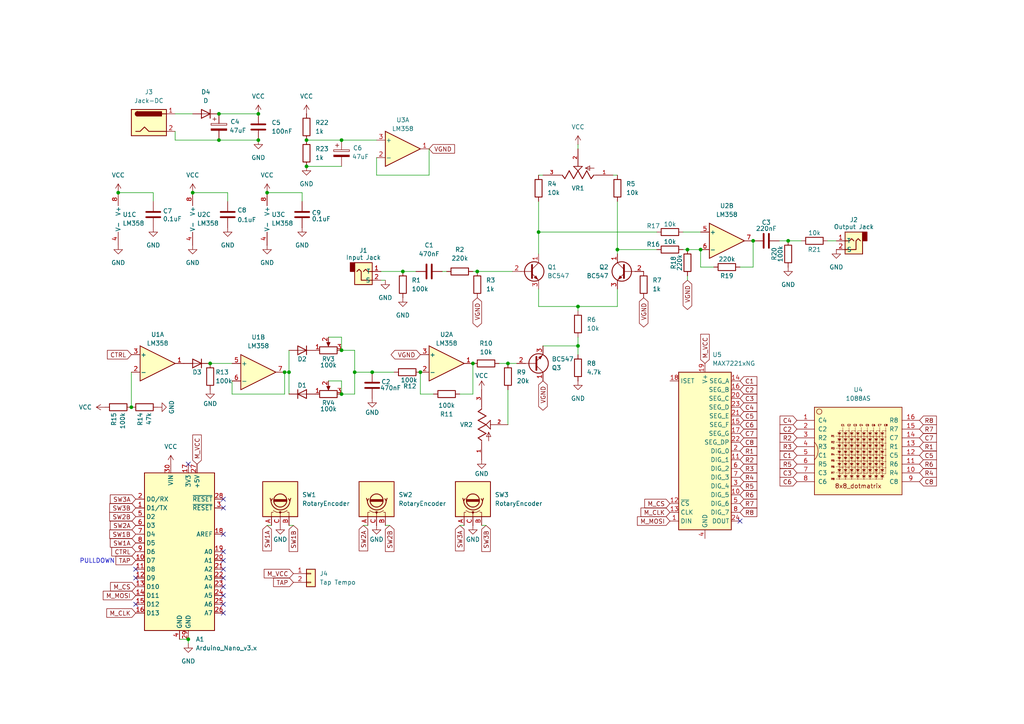
<source format=kicad_sch>
(kicad_sch (version 20250114) (generator "eeschema") (generator_version "9.0")
  (paper "A4")
  (lib_symbols
    (symbol "3362P-1-254LF:3362P-1-254LF" (pin_names (offset 1.016))
      (property "Reference" "VR" (at -10.1818 2.5465 0))
      (property "Value" "3362P-1-254LF" (at -10.1645 -7.6423 0))
      (symbol "3362P-1-254LF_0_0"
        (pin passive line (at -10.16 0 0) (length 5.08) (name "~") (number "1"))
        (pin passive line (at 0 -7.62 90) (length 5.08) (name "~") (number "2"))
        (pin passive line (at 10.16 0 180) (length 5.08) (name "~") (number "3"))
      )
    )
    (symbol "Amplifier_Operational:LM358" (pin_names (offset 0.127))
      (property "Reference" "U" (at 0 5.08 0))
      (property "Value" "LM358" (at 0 -5.08 0))
      (symbol "LM358_1_1"
        (pin input line (at -7.62 2.54 0) (length 2.54) (name "+") (number "3"))
        (pin input line (at -7.62 -2.54 0) (length 2.54) (name "-") (number "2"))
        (pin output line (at 7.62 0 180) (length 2.54) (name "~") (number "1"))
      )
      (symbol "LM358_2_1"
        (pin input line (at -7.62 2.54 0) (length 2.54) (name "+") (number "5"))
        (pin input line (at -7.62 -2.54 0) (length 2.54) (name "-") (number "6"))
        (pin output line (at 7.62 0 180) (length 2.54) (name "~") (number "7"))
      )
      (symbol "LM358_3_1"
        (pin power_in line (at -2.54 7.62 270) (length 3.81) (name "V+") (number "8"))
        (pin power_in line (at -2.54 -7.62 90) (length 3.81) (name "V-") (number "4"))
      )
    )
    (symbol "AudioJack2_1"
      (property "Reference" "J1" (at 0 -6.096 0))
      (property "Value" "Input Jack" (at 0 -4.064 0))
      (symbol "AudioJack2_1_1_1"
        (pin passive line (at 5.08 2.54 180) (length 2.54) (name "S") (number "2"))
        (pin passive line (at 5.08 0 180) (length 2.54) (name "T") (number "1"))
      )
    )
    (symbol "Connector:Jack-DC" (pin_names (offset 1.016))
      (property "Reference" "J" (at 0 5.334 0))
      (property "Value" "Jack-DC" (at 0 -5.08 0))
      (symbol "Jack-DC_1_1"
        (pin passive line (at 7.62 2.54 180) (length 2.54) (name "~") (number "1"))
        (pin passive line (at 7.62 -2.54 180) (length 2.54) (name "~") (number "2"))
      )
    )
    (symbol "Connector_Audio:AudioJack2"
      (property "Reference" "J2" (at 0 -6.096 0))
      (property "Value" "Output Jack" (at 0 -4.064 0))
      (symbol "AudioJack2_1_1"
        (pin passive line (at 5.08 2.54 180) (length 2.54) (name "S") (number "2"))
        (pin passive line (at 5.08 0 180) (length 2.54) (name "T") (number "1"))
      )
    )
    (symbol "Connector_Generic:Conn_01x02" (pin_names (offset 1.016) (hide yes))
      (property "Reference" "J" (at 0 2.54 0))
      (property "Value" "Conn_01x02" (at 0 -5.08 0))
      (symbol "Conn_01x02_1_1"
        (pin passive line (at -5.08 0 0) (length 3.81) (name "Pin_1") (number "1"))
        (pin passive line (at -5.08 -2.54 0) (length 3.81) (name "Pin_2") (number "2"))
      )
    )
    (symbol "Device:C" (pin_numbers (hide yes)) (pin_names (offset 0.254))
      (property "Reference" "C" (at 0.635 2.54 0))
      (property "Value" "C" (at 0.635 -2.54 0))
      (symbol "C_1_1"
        (pin passive line (at 0 3.81 270) (length 2.794) (name "~") (number "1"))
        (pin passive line (at 0 -3.81 90) (length 2.794) (name "~") (number "2"))
      )
    )
    (symbol "Device:C_Polarized" (pin_numbers (hide yes)) (pin_names (offset 0.254))
      (property "Reference" "C" (at 0.635 2.54 0))
      (property "Value" "C_Polarized" (at 0.635 -2.54 0))
      (symbol "C_Polarized_1_1"
        (pin passive line (at 0 3.81 270) (length 2.794) (name "~") (number "1"))
        (pin passive line (at 0 -3.81 90) (length 2.794) (name "~") (number "2"))
      )
    )
    (symbol "Device:D" (pin_numbers (hide yes)) (pin_names (offset 1.016) (hide yes))
      (property "Reference" "D" (at 0 2.54 0))
      (property "Value" "D" (at 0 -2.54 0))
      (symbol "D_1_1"
        (pin passive line (at -3.81 0 0) (length 2.54) (name "K") (number "1"))
        (pin passive line (at 3.81 0 180) (length 2.54) (name "A") (number "2"))
      )
    )
    (symbol "Device:R" (pin_numbers (hide yes)) (pin_names (offset 0))
      (property "Reference" "R" (at 2.032 0 90))
      (property "Value" "R" (at 0 0 90))
      (symbol "R_1_1"
        (pin passive line (at 0 3.81 270) (length 1.27) (name "~") (number "1"))
        (pin passive line (at 0 -3.81 90) (length 1.27) (name "~") (number "2"))
      )
    )
    (symbol "Device:R_Potentiometer" (pin_names (offset 1.016) (hide yes))
      (property "Reference" "RV" (at -4.445 0 90))
      (property "Value" "R_Potentiometer" (at -2.54 0 90))
      (symbol "R_Potentiometer_1_1"
        (pin passive line (at 0 3.81 270) (length 1.27) (name "1") (number "1"))
        (pin passive line (at 0 -3.81 90) (length 1.27) (name "3") (number "3"))
        (pin passive line (at 3.81 0 180) (length 1.27) (name "2") (number "2"))
      )
    )
    (symbol "Device:RotaryEncoder" (pin_names (offset 0.254) (hide yes))
      (property "Reference" "SW" (at 0 6.604 0))
      (property "Value" "RotaryEncoder" (at 0 -6.604 0))
      (symbol "RotaryEncoder_1_1"
        (pin passive line (at -7.62 2.54 0) (length 2.54) (name "A") (number "A"))
        (pin passive line (at -7.62 0 0) (length 2.54) (name "C") (number "C"))
        (pin passive line (at -7.62 -2.54 0) (length 2.54) (name "B") (number "B"))
      )
    )
    (symbol "Driver_LED:MAX7221xNG"
      (property "Reference" "U" (at -6.35 24.13 0))
      (property "Value" "MAX7221xNG" (at 1.27 25.4 0))
      (symbol "MAX7221xNG_1_1"
        (pin input line (at -10.16 20.32 0) (length 2.54) (name "ISET") (number "18"))
        (pin input line (at -10.16 -15.24 0) (length 2.54) (name "~{CS}") (number "12"))
        (pin input line (at -10.16 -17.78 0) (length 2.54) (name "CLK") (number "13"))
        (pin input line (at -10.16 -20.32 0) (length 2.54) (name "DIN") (number "1"))
        (pin power_in line (at 0 25.4 270) (length 2.54) (name "V+") (number "19"))
        (pin power_in line (at 0 -25.4 90) (length 2.54) (name "GND") (number "4"))
        (pin passive line (at 0 -25.4 90) (length 2.54) (hide yes) (name "GND") (number "9"))
        (pin open_emitter line (at 10.16 20.32 180) (length 2.54) (name "SEG_A") (number "14"))
        (pin open_emitter line (at 10.16 17.78 180) (length 2.54) (name "SEG_B") (number "16"))
        (pin open_emitter line (at 10.16 15.24 180) (length 2.54) (name "SEG_C") (number "20"))
        (pin open_emitter line (at 10.16 12.7 180) (length 2.54) (name "SEG_D") (number "23"))
        (pin open_emitter line (at 10.16 10.16 180) (length 2.54) (name "SEG_E") (number "21"))
        (pin open_emitter line (at 10.16 7.62 180) (length 2.54) (name "SEG_F") (number "15"))
        (pin open_emitter line (at 10.16 5.08 180) (length 2.54) (name "SEG_G") (number "17"))
        (pin open_emitter line (at 10.16 2.54 180) (length 2.54) (name "SEG_DP") (number "22"))
        (pin open_collector line (at 10.16 0 180) (length 2.54) (name "DIG_0") (number "2"))
        (pin open_collector line (at 10.16 -2.54 180) (length 2.54) (name "DIG_1") (number "11"))
        (pin open_collector line (at 10.16 -5.08 180) (length 2.54) (name "DIG_2") (number "6"))
        (pin open_collector line (at 10.16 -7.62 180) (length 2.54) (name "DIG_3") (number "7"))
        (pin open_collector line (at 10.16 -10.16 180) (length 2.54) (name "DIG_4") (number "3"))
        (pin open_collector line (at 10.16 -12.7 180) (length 2.54) (name "DIG_5") (number "10"))
        (pin open_collector line (at 10.16 -15.24 180) (length 2.54) (name "DIG_6") (number "5"))
        (pin open_collector line (at 10.16 -17.78 180) (length 2.54) (name "DIG_7") (number "8"))
        (pin output line (at 10.16 -20.32 180) (length 2.54) (name "DOUT") (number "24"))
      )
    )
    (symbol "LED_1088as:1088AS" (pin_names (offset 1.016))
      (property "Reference" "U" (at 7.62 11.43 0))
      (property "Value" "1088AS" (at 0 11.43 0))
      (symbol "1088AS_0_0"
        (text "8x8_dotmatrix" (at 0 -10.16 0) (effects (font (size 1.27 1.27))))
      )
      (symbol "1088AS_1_1"
        (text "R1" (at -7.366 4.318 0) (effects (font (size 0.508 0.508))))
        (text "R2" (at -7.366 2.54 0) (effects (font (size 0.508 0.508))))
        (text "R3" (at -7.366 0.762 0) (effects (font (size 0.508 0.508))))
        (text "R4" (at -7.366 -1.016 0) (effects (font (size 0.508 0.508))))
        (text "R5" (at -7.366 -2.794 0) (effects (font (size 0.508 0.508))))
        (text "R6" (at -7.366 -4.572 0) (effects (font (size 0.508 0.508))))
        (text "R7" (at -7.366 -6.35 0) (effects (font (size 0.508 0.508))))
        (text "R8" (at -7.366 -8.128 0) (effects (font (size 0.508 0.508))))
        (text "C1" (at -4.445 7.493 0) (effects (font (size 0.508 0.508))))
        (text "C2" (at -2.667 7.493 0) (effects (font (size 0.508 0.508))))
        (text "C3" (at -0.889 7.493 0) (effects (font (size 0.508 0.508))))
        (text "C4" (at 0.889 7.493 0) (effects (font (size 0.508 0.508))))
        (text "C5" (at 2.667 7.493 0) (effects (font (size 0.508 0.508))))
        (text "C6" (at 4.445 7.493 0) (effects (font (size 0.508 0.508))))
        (text "C7" (at 6.223 7.493 0) (effects (font (size 0.508 0.508))))
        (text "C8" (at 8.001 7.493 0) (effects (font (size 0.508 0.508))))
        (pin input line (at -17.78 8.89 0) (length 5.08) (name "C4") (number "1"))
        (pin input line (at -17.78 6.35 0) (length 5.08) (name "C2") (number "2"))
        (pin output line (at -17.78 3.81 0) (length 5.08) (name "R2") (number "3"))
        (pin output line (at -17.78 1.27 0) (length 5.08) (name "R3") (number "4"))
        (pin input line (at -17.78 -1.27 0) (length 5.08) (name "C1") (number "5"))
        (pin output line (at -17.78 -3.81 0) (length 5.08) (name "R5") (number "6"))
        (pin input line (at -17.78 -6.35 0) (length 5.08) (name "C3") (number "7"))
        (pin input line (at -17.78 -8.89 0) (length 5.08) (name "C6") (number "8"))
        (pin output line (at 17.78 8.89 180) (length 5.08) (name "R8") (number "16"))
        (pin output line (at 17.78 6.35 180) (length 5.08) (name "R7") (number "15"))
        (pin input line (at 17.78 3.81 180) (length 5.08) (name "C7") (number "14"))
        (pin output line (at 17.78 1.27 180) (length 5.08) (name "R1") (number "13"))
        (pin input line (at 17.78 -1.27 180) (length 5.08) (name "C5") (number "12"))
        (pin output line (at 17.78 -3.81 180) (length 5.08) (name "R6") (number "11"))
        (pin output line (at 17.78 -6.35 180) (length 5.08) (name "R4") (number "10"))
        (pin input line (at 17.78 -8.89 180) (length 5.08) (name "C8") (number "9"))
      )
    )
    (symbol "MCU_Module:Arduino_Nano_v3.x"
      (property "Reference" "A" (at -10.16 23.495 0))
      (property "Value" "Arduino_Nano_v3.x" (at 5.08 -24.13 0))
      (symbol "Arduino_Nano_v3.x_1_1"
        (pin bidirectional line (at -12.7 15.24 0) (length 2.54) (name "D0/RX") (number "2"))
        (pin bidirectional line (at -12.7 12.7 0) (length 2.54) (name "D1/TX") (number "1"))
        (pin bidirectional line (at -12.7 10.16 0) (length 2.54) (name "D2") (number "5"))
        (pin bidirectional line (at -12.7 7.62 0) (length 2.54) (name "D3") (number "6"))
        (pin bidirectional line (at -12.7 5.08 0) (length 2.54) (name "D4") (number "7"))
        (pin bidirectional line (at -12.7 2.54 0) (length 2.54) (name "D5") (number "8"))
        (pin bidirectional line (at -12.7 0 0) (length 2.54) (name "D6") (number "9"))
        (pin bidirectional line (at -12.7 -2.54 0) (length 2.54) (name "D7") (number "10"))
        (pin bidirectional line (at -12.7 -5.08 0) (length 2.54) (name "D8") (number "11"))
        (pin bidirectional line (at -12.7 -7.62 0) (length 2.54) (name "D9") (number "12"))
        (pin bidirectional line (at -12.7 -10.16 0) (length 2.54) (name "D10") (number "13"))
        (pin bidirectional line (at -12.7 -12.7 0) (length 2.54) (name "D11") (number "14"))
        (pin bidirectional line (at -12.7 -15.24 0) (length 2.54) (name "D12") (number "15"))
        (pin bidirectional line (at -12.7 -17.78 0) (length 2.54) (name "D13") (number "16"))
        (pin power_in line (at -2.54 25.4 270) (length 2.54) (name "VIN") (number "30"))
        (pin power_in line (at 0 -25.4 90) (length 2.54) (name "GND") (number "4"))
        (pin power_out line (at 2.54 25.4 270) (length 2.54) (name "3V3") (number "17"))
        (pin power_in line (at 2.54 -25.4 90) (length 2.54) (name "GND") (number "29"))
        (pin power_out line (at 5.08 25.4 270) (length 2.54) (name "+5V") (number "27"))
        (pin input line (at 12.7 15.24 180) (length 2.54) (name "~{RESET}") (number "28"))
        (pin input line (at 12.7 12.7 180) (length 2.54) (name "~{RESET}") (number "3"))
        (pin input line (at 12.7 5.08 180) (length 2.54) (name "AREF") (number "18"))
        (pin bidirectional line (at 12.7 0 180) (length 2.54) (name "A0") (number "19"))
        (pin bidirectional line (at 12.7 -2.54 180) (length 2.54) (name "A1") (number "20"))
        (pin bidirectional line (at 12.7 -5.08 180) (length 2.54) (name "A2") (number "21"))
        (pin bidirectional line (at 12.7 -7.62 180) (length 2.54) (name "A3") (number "22"))
        (pin bidirectional line (at 12.7 -10.16 180) (length 2.54) (name "A4") (number "23"))
        (pin bidirectional line (at 12.7 -12.7 180) (length 2.54) (name "A5") (number "24"))
        (pin bidirectional line (at 12.7 -15.24 180) (length 2.54) (name "A6") (number "25"))
        (pin bidirectional line (at 12.7 -17.78 180) (length 2.54) (name "A7") (number "26"))
      )
    )
    (symbol "Transistor_BJT:BC547" (pin_names (offset 0) (hide yes))
      (property "Reference" "Q" (at 5.08 1.905 0))
      (property "Value" "BC547" (at 5.08 0 0))
      (symbol "BC547_1_1"
        (pin input line (at -5.08 0 0) (length 2.54) (name "B") (number "2"))
        (pin passive line (at 2.54 5.08 270) (length 2.54) (name "C") (number "1"))
        (pin passive line (at 2.54 -5.08 90) (length 2.54) (name "E") (number "3"))
      )
    )
    (symbol "power:GND" (power) (pin_numbers (hide yes)) (pin_names (offset 0) (hide yes))
      (property "Value" "GND" (at 0 -3.81 0))
      (symbol "GND_1_1"
        (pin power_in line (at 0 0 270) (length 0) (name "~") (number "1"))
      )
    )
    (symbol "power:VCC" (power) (pin_numbers (hide yes)) (pin_names (offset 0) (hide yes))
      (property "Value" "VCC" (at 0 3.556 0))
      (symbol "VCC_1_1"
        (pin power_in line (at 0 0 90) (length 0) (name "~") (number "1"))
      )
    )
  )
  (text "PULLDOWN" (at 28.194 162.814 0) (effects (font (size 1.27 1.27))))
  (junction (at 88.9 48.26))
  (junction (at 121.92 107.95))
  (junction (at 55.88 55.88))
  (junction (at 137.16 105.41))
  (junction (at 83.82 107.95))
  (junction (at 167.64 100.33))
  (junction (at 147.32 105.41))
  (junction (at 179.07 72.39))
  (junction (at 138.43 78.74))
  (junction (at 74.93 33.02))
  (junction (at 82.55 107.95))
  (junction (at 38.1 118.11))
  (junction (at 218.44 69.85))
  (junction (at 60.96 105.41))
  (junction (at 228.6 69.85))
  (junction (at 203.2 72.39))
  (junction (at 107.95 107.95))
  (junction (at 99.06 114.3))
  (junction (at 102.87 107.95))
  (junction (at 116.84 78.74))
  (junction (at 74.93 40.64))
  (junction (at 54.61 185.42))
  (junction (at 63.5 40.64))
  (junction (at 99.06 101.6))
  (junction (at 99.06 40.64))
  (junction (at 34.29 55.88))
  (junction (at 156.21 67.31))
  (junction (at 63.5 33.02))
  (junction (at 88.9 40.64))
  (junction (at 167.64 88.9))
  (junction (at 199.39 72.39))
  (junction (at 77.47 55.88))
  (no_connect (at 64.77 165.1))
  (no_connect (at 64.77 170.18))
  (no_connect (at 39.37 165.1))
  (no_connect (at 64.77 160.02))
  (no_connect (at 64.77 144.78))
  (no_connect (at 64.77 177.8))
  (no_connect (at 64.77 147.32))
  (no_connect (at 54.61 134.62))
  (no_connect (at 39.37 175.26))
  (no_connect (at 214.63 151.13))
  (no_connect (at 64.77 162.56))
  (no_connect (at 64.77 172.72))
  (no_connect (at 64.77 175.26))
  (no_connect (at 64.77 154.94))
  (no_connect (at 39.37 167.64))
  (no_connect (at 64.77 167.64))
  (wire (pts (xy 203.2 77.47) (xy 207.01 77.47)))
  (wire (pts (xy 63.5 33.02) (xy 74.93 33.02)))
  (wire (pts (xy 34.29 55.88) (xy 44.45 55.88)))
  (wire (pts (xy 179.07 83.82) (xy 179.07 88.9)))
  (wire (pts (xy 102.87 101.6) (xy 102.87 107.95)))
  (wire (pts (xy 107.95 107.95) (xy 114.3 107.95)))
  (wire (pts (xy 144.78 105.41) (xy 147.32 105.41)))
  (wire (pts (xy 199.39 80.01) (xy 199.39 81.28)))
  (wire (pts (xy 99.06 110.49) (xy 99.06 114.3)))
  (wire (pts (xy 167.64 90.17) (xy 167.64 88.9)))
  (wire (pts (xy 50.8 40.64) (xy 50.8 38.1)))
  (wire (pts (xy 88.9 40.64) (xy 99.06 40.64)))
  (wire (pts (xy 55.88 55.88) (xy 66.04 55.88)))
  (wire (pts (xy 121.92 114.3) (xy 121.92 107.95)))
  (wire (pts (xy 177.8 50.8) (xy 179.07 50.8)))
  (wire (pts (xy 102.87 101.6) (xy 99.06 101.6)))
  (wire (pts (xy 147.32 113.03) (xy 147.32 123.19)))
  (wire (pts (xy 242.57 69.85) (xy 240.03 69.85)))
  (wire (pts (xy 50.8 33.02) (xy 55.88 33.02)))
  (wire (pts (xy 77.47 55.88) (xy 87.63 55.88)))
  (wire (pts (xy 199.39 72.39) (xy 203.2 72.39)))
  (wire (pts (xy 95.25 97.79) (xy 99.06 97.79)))
  (wire (pts (xy 102.87 107.95) (xy 102.87 114.3)))
  (wire (pts (xy 63.5 40.64) (xy 50.8 40.64)))
  (wire (pts (xy 133.35 152.4) (xy 134.62 152.4)))
  (wire (pts (xy 63.5 40.64) (xy 74.93 40.64)))
  (wire (pts (xy 83.82 107.95) (xy 83.82 114.3)))
  (wire (pts (xy 156.21 50.8) (xy 157.48 50.8)))
  (wire (pts (xy 82.55 107.95) (xy 83.82 107.95)))
  (wire (pts (xy 228.6 69.85) (xy 232.41 69.85)))
  (wire (pts (xy 54.61 186.69) (xy 54.61 185.42)))
  (wire (pts (xy 85.09 152.4) (xy 83.82 152.4)))
  (wire (pts (xy 179.07 72.39) (xy 190.5 72.39)))
  (wire (pts (xy 133.35 114.3) (xy 137.16 114.3)))
  (wire (pts (xy 156.21 67.31) (xy 190.5 67.31)))
  (wire (pts (xy 111.76 152.4) (xy 113.03 152.4)))
  (wire (pts (xy 38.1 107.95) (xy 38.1 118.11)))
  (wire (pts (xy 156.21 88.9) (xy 167.64 88.9)))
  (wire (pts (xy 167.64 88.9) (xy 179.07 88.9)))
  (wire (pts (xy 83.82 101.6) (xy 83.82 107.95)))
  (wire (pts (xy 66.04 55.88) (xy 66.04 58.42)))
  (wire (pts (xy 110.49 78.74) (xy 116.84 78.74)))
  (wire (pts (xy 218.44 69.85) (xy 218.44 77.47)))
  (wire (pts (xy 102.87 114.3) (xy 99.06 114.3)))
  (wire (pts (xy 226.06 69.85) (xy 228.6 69.85)))
  (wire (pts (xy 138.43 78.74) (xy 148.59 78.74)))
  (wire (pts (xy 95.25 110.49) (xy 99.06 110.49)))
  (wire (pts (xy 157.48 100.33) (xy 167.64 100.33)))
  (wire (pts (xy 137.16 105.41) (xy 137.16 114.3)))
  (wire (pts (xy 77.47 152.4) (xy 78.74 152.4)))
  (wire (pts (xy 198.12 67.31) (xy 203.2 67.31)))
  (wire (pts (xy 105.41 152.4) (xy 106.68 152.4)))
  (wire (pts (xy 60.96 105.41) (xy 67.31 105.41)))
  (wire (pts (xy 44.45 55.88) (xy 44.45 58.42)))
  (wire (pts (xy 203.2 72.39) (xy 203.2 77.47)))
  (wire (pts (xy 107.95 107.95) (xy 102.87 107.95)))
  (wire (pts (xy 156.21 83.82) (xy 156.21 88.9)))
  (wire (pts (xy 179.07 58.42) (xy 179.07 72.39)))
  (wire (pts (xy 82.55 114.3) (xy 67.31 114.3)))
  (wire (pts (xy 99.06 40.64) (xy 109.22 40.64)))
  (wire (pts (xy 87.63 55.88) (xy 87.63 58.42)))
  (wire (pts (xy 109.22 45.72) (xy 109.22 50.8)))
  (wire (pts (xy 147.32 105.41) (xy 149.86 105.41)))
  (wire (pts (xy 139.7 152.4) (xy 140.97 152.4)))
  (wire (pts (xy 111.76 81.28) (xy 110.49 81.28)))
  (wire (pts (xy 138.43 78.74) (xy 137.16 78.74)))
  (wire (pts (xy 82.55 107.95) (xy 82.55 114.3)))
  (wire (pts (xy 88.9 48.26) (xy 99.06 48.26)))
  (wire (pts (xy 124.46 50.8) (xy 124.46 43.18)))
  (wire (pts (xy 199.39 72.39) (xy 198.12 72.39)))
  (wire (pts (xy 156.21 58.42) (xy 156.21 67.31)))
  (wire (pts (xy 167.64 97.79) (xy 167.64 100.33)))
  (wire (pts (xy 116.84 78.74) (xy 120.65 78.74)))
  (wire (pts (xy 125.73 114.3) (xy 121.92 114.3)))
  (wire (pts (xy 214.63 77.47) (xy 218.44 77.47)))
  (wire (pts (xy 109.22 50.8) (xy 124.46 50.8)))
  (wire (pts (xy 167.64 41.91) (xy 167.64 43.18)))
  (wire (pts (xy 156.21 67.31) (xy 156.21 73.66)))
  (wire (pts (xy 129.54 78.74) (xy 128.27 78.74)))
  (wire (pts (xy 67.31 110.49) (xy 67.31 114.3)))
  (wire (pts (xy 99.06 97.79) (xy 99.06 101.6)))
  (wire (pts (xy 179.07 72.39) (xy 179.07 73.66)))
  (wire (pts (xy 167.64 100.33) (xy 167.64 102.87)))
  (wire (pts (xy 52.07 185.42) (xy 54.61 185.42)))
  (global_label "SW2A" (shape input) (at 39.37 152.4 180) (property "Intersheetrefs" "${INTERSHEET_REFS}" (effects (hide yes))))
  (global_label "SW3B" (shape input) (at 140.97 152.4 270) (property "Intersheetrefs" "${INTERSHEET_REFS}" (effects (hide yes))))
  (global_label "C3" (shape input) (at 214.63 115.57 0) (property "Intersheetrefs" "${INTERSHEET_REFS}" (effects (hide yes))))
  (global_label "VGND" (shape bidirectional) (at 138.43 86.36 270) (property "Intersheetrefs" "${INTERSHEET_REFS}" (effects (hide yes))))
  (global_label "SW2A" (shape input) (at 105.41 152.4 270) (property "Intersheetrefs" "${INTERSHEET_REFS}" (effects (hide yes))))
  (global_label "SW1A" (shape input) (at 77.47 152.4 270) (property "Intersheetrefs" "${INTERSHEET_REFS}" (effects (hide yes))))
  (global_label "R2" (shape input) (at 231.14 127 180) (property "Intersheetrefs" "${INTERSHEET_REFS}" (effects (hide yes))))
  (global_label "C8" (shape input) (at 266.7 139.7 0) (property "Intersheetrefs" "${INTERSHEET_REFS}" (effects (hide yes))))
  (global_label "C6" (shape input) (at 214.63 123.19 0) (property "Intersheetrefs" "${INTERSHEET_REFS}" (effects (hide yes))))
  (global_label "SW3A" (shape input) (at 133.35 152.4 270) (property "Intersheetrefs" "${INTERSHEET_REFS}" (effects (hide yes))))
  (global_label "C5" (shape input) (at 214.63 120.65 0) (property "Intersheetrefs" "${INTERSHEET_REFS}" (effects (hide yes))))
  (global_label "R8" (shape input) (at 214.63 148.59 0) (property "Intersheetrefs" "${INTERSHEET_REFS}" (effects (hide yes))))
  (global_label "C2" (shape input) (at 214.63 113.03 0) (property "Intersheetrefs" "${INTERSHEET_REFS}" (effects (hide yes))))
  (global_label "M_CLK" (shape input) (at 39.37 177.8 180) (property "Intersheetrefs" "${INTERSHEET_REFS}" (effects (hide yes))))
  (global_label "M_MOSI" (shape input) (at 194.31 151.13 180) (property "Intersheetrefs" "${INTERSHEET_REFS}" (effects (hide yes))))
  (global_label "M_CS" (shape input) (at 39.37 170.18 180) (property "Intersheetrefs" "${INTERSHEET_REFS}" (effects (hide yes))))
  (global_label "C4" (shape input) (at 231.14 121.92 180) (property "Intersheetrefs" "${INTERSHEET_REFS}" (effects (hide yes))))
  (global_label "SW2B" (shape input) (at 39.37 149.86 180) (property "Intersheetrefs" "${INTERSHEET_REFS}" (effects (hide yes))))
  (global_label "SW2B" (shape input) (at 113.03 152.4 270) (property "Intersheetrefs" "${INTERSHEET_REFS}" (effects (hide yes))))
  (global_label "M_CLK" (shape input) (at 194.31 148.59 180) (property "Intersheetrefs" "${INTERSHEET_REFS}" (effects (hide yes))))
  (global_label "TAP" (shape input) (at 85.09 168.91 180) (property "Intersheetrefs" "${INTERSHEET_REFS}" (effects (hide yes))))
  (global_label "R3" (shape input) (at 214.63 135.89 0) (property "Intersheetrefs" "${INTERSHEET_REFS}" (effects (hide yes))))
  (global_label "C4" (shape input) (at 214.63 118.11 0) (property "Intersheetrefs" "${INTERSHEET_REFS}" (effects (hide yes))))
  (global_label "SW1B" (shape input) (at 85.09 152.4 270) (property "Intersheetrefs" "${INTERSHEET_REFS}" (effects (hide yes))))
  (global_label "R3" (shape input) (at 231.14 129.54 180) (property "Intersheetrefs" "${INTERSHEET_REFS}" (effects (hide yes))))
  (global_label "C1" (shape input) (at 214.63 110.49 0) (property "Intersheetrefs" "${INTERSHEET_REFS}" (effects (hide yes))))
  (global_label "M_VCC" (shape input) (at 204.47 105.41 90) (property "Intersheetrefs" "${INTERSHEET_REFS}" (effects (hide yes))))
  (global_label "R5" (shape input) (at 231.14 134.62 180) (property "Intersheetrefs" "${INTERSHEET_REFS}" (effects (hide yes))))
  (global_label "SW1A" (shape input) (at 39.37 157.48 180) (property "Intersheetrefs" "${INTERSHEET_REFS}" (effects (hide yes))))
  (global_label "C3" (shape input) (at 231.14 137.16 180) (property "Intersheetrefs" "${INTERSHEET_REFS}" (effects (hide yes))))
  (global_label "C8" (shape input) (at 214.63 128.27 0) (property "Intersheetrefs" "${INTERSHEET_REFS}" (effects (hide yes))))
  (global_label "R4" (shape input) (at 214.63 138.43 0) (property "Intersheetrefs" "${INTERSHEET_REFS}" (effects (hide yes))))
  (global_label "R7" (shape input) (at 266.7 124.46 0) (property "Intersheetrefs" "${INTERSHEET_REFS}" (effects (hide yes))))
  (global_label "C1" (shape input) (at 231.14 132.08 180) (property "Intersheetrefs" "${INTERSHEET_REFS}" (effects (hide yes))))
  (global_label "R8" (shape input) (at 266.7 121.92 0) (property "Intersheetrefs" "${INTERSHEET_REFS}" (effects (hide yes))))
  (global_label "R4" (shape input) (at 266.7 137.16 0) (property "Intersheetrefs" "${INTERSHEET_REFS}" (effects (hide yes))))
  (global_label "M_CS" (shape input) (at 194.31 146.05 180) (property "Intersheetrefs" "${INTERSHEET_REFS}" (effects (hide yes))))
  (global_label "R6" (shape input) (at 214.63 143.51 0) (property "Intersheetrefs" "${INTERSHEET_REFS}" (effects (hide yes))))
  (global_label "VGND" (shape input) (at 124.46 43.18 0) (property "Intersheetrefs" "${INTERSHEET_REFS}" (effects (hide yes))))
  (global_label "M_VCC" (shape input) (at 57.15 134.62 90) (property "Intersheetrefs" "${INTERSHEET_REFS}" (effects (hide yes))))
  (global_label "CTRL" (shape input) (at 38.1 102.87 180) (property "Intersheetrefs" "${INTERSHEET_REFS}" (effects (hide yes))))
  (global_label "R7" (shape input) (at 214.63 146.05 0) (property "Intersheetrefs" "${INTERSHEET_REFS}" (effects (hide yes))))
  (global_label "SW3B" (shape input) (at 39.37 147.32 180) (property "Intersheetrefs" "${INTERSHEET_REFS}" (effects (hide yes))))
  (global_label "C7" (shape input) (at 266.7 127 0) (property "Intersheetrefs" "${INTERSHEET_REFS}" (effects (hide yes))))
  (global_label "C5" (shape input) (at 266.7 132.08 0) (property "Intersheetrefs" "${INTERSHEET_REFS}" (effects (hide yes))))
  (global_label "M_VCC" (shape input) (at 85.09 166.37 180) (property "Intersheetrefs" "${INTERSHEET_REFS}" (effects (hide yes))))
  (global_label "VGND" (shape bidirectional) (at 157.48 110.49 270) (property "Intersheetrefs" "${INTERSHEET_REFS}" (effects (hide yes))))
  (global_label "VGND" (shape bidirectional) (at 199.39 81.28 270) (property "Intersheetrefs" "${INTERSHEET_REFS}" (effects (hide yes))))
  (global_label "C7" (shape input) (at 214.63 125.73 0) (property "Intersheetrefs" "${INTERSHEET_REFS}" (effects (hide yes))))
  (global_label "TAP" (shape input) (at 39.37 162.56 180) (property "Intersheetrefs" "${INTERSHEET_REFS}" (effects (hide yes))))
  (global_label "C2" (shape input) (at 231.14 124.46 180) (property "Intersheetrefs" "${INTERSHEET_REFS}" (effects (hide yes))))
  (global_label "CTRL" (shape input) (at 39.37 160.02 180) (property "Intersheetrefs" "${INTERSHEET_REFS}" (effects (hide yes))))
  (global_label "C6" (shape input) (at 231.14 139.7 180) (property "Intersheetrefs" "${INTERSHEET_REFS}" (effects (hide yes))))
  (global_label "R6" (shape input) (at 266.7 134.62 0) (property "Intersheetrefs" "${INTERSHEET_REFS}" (effects (hide yes))))
  (global_label "R1" (shape input) (at 266.7 129.54 0) (property "Intersheetrefs" "${INTERSHEET_REFS}" (effects (hide yes))))
  (global_label "SW3A" (shape input) (at 39.37 144.78 180) (property "Intersheetrefs" "${INTERSHEET_REFS}" (effects (hide yes))))
  (global_label "VGND" (shape bidirectional) (at 186.69 86.36 270) (property "Intersheetrefs" "${INTERSHEET_REFS}" (effects (hide yes))))
  (global_label "R5" (shape input) (at 214.63 140.97 0) (property "Intersheetrefs" "${INTERSHEET_REFS}" (effects (hide yes))))
  (global_label "M_MOSI" (shape input) (at 39.37 172.72 180) (property "Intersheetrefs" "${INTERSHEET_REFS}" (effects (hide yes))))
  (global_label "VGND" (shape bidirectional) (at 121.92 102.87 180) (property "Intersheetrefs" "${INTERSHEET_REFS}" (effects (hide yes))))
  (global_label "SW1B" (shape input) (at 39.37 154.94 180) (property "Intersheetrefs" "${INTERSHEET_REFS}" (effects (hide yes))))
  (global_label "R1" (shape input) (at 214.63 130.81 0) (property "Intersheetrefs" "${INTERSHEET_REFS}" (effects (hide yes))))
  (global_label "R2" (shape input) (at 214.63 133.35 0) (property "Intersheetrefs" "${INTERSHEET_REFS}" (effects (hide yes))))
  (symbol (lib_id "Device:R") (at 140.97 105.41 90) (unit 1)
    (property "Reference" "R10" (at 140.97 99.5793 90))
    (property "Value" "10k" (at 140.97 102.1193 90))
    (property "Footprint" "Resistor_SMD:R_0402_1005Metric_Pad0.72x0.64mm_HandSolder" (effects (hide yes)))
    (property "Description" "Resistor" (effects (hide yes)))
  )
  (symbol (lib_id "Device:R") (at 228.6 73.66 180) (unit 1)
    (property "Reference" "R20" (at 224.536 73.66 90))
    (property "Value" "100k" (at 226.314 73.66 90))
    (property "Footprint" "Resistor_SMD:R_0402_1005Metric_Pad0.72x0.64mm_HandSolder" (effects (hide yes)))
    (property "Description" "Resistor" (effects (hide yes)))
  )
  (symbol (lib_id "Transistor_BJT:BC547") (at 153.67 78.74 0) (unit 1)
    (property "Reference" "Q1" (at 158.75 77.4699 0) (effects (justify left)))
    (property "Value" "BC547" (at 158.75 80.0099 0) (effects (justify left)))
    (property "Footprint" "Package_TO_SOT_THT:TO-92_Inline" (effects (hide yes)))
    (property "Datasheet" "https://www.onsemi.com/pub/Collateral/BC550-D.pdf" (effects (hide yes)))
    (property "Description" "0.1A Ic, 45V Vce, Small Signal NPN Transistor, TO-92" (effects (hide yes)))
  )
  (symbol (lib_id "Device:R") (at 116.84 82.55 0) (unit 1)
    (property "Reference" "R1" (at 119.38 81.2799 0) (effects (justify left)))
    (property "Value" "100k" (at 119.38 83.8199 0) (effects (justify left)))
    (property "Footprint" "Resistor_SMD:R_0402_1005Metric_Pad0.72x0.64mm_HandSolder" (effects (hide yes)))
    (property "Description" "Resistor" (effects (hide yes)))
  )
  (symbol (lib_id "3362P-1-254LF:3362P-1-254LF") (at 167.64 50.8 180) (unit 1)
    (property "Reference" "VR1" (at 167.64 54.61 0))
    (property "Value" "3362P-1-254LF" (effects (hide yes)))
    (property "Footprint" "3362P-1-254LF:TRIM_3362P-1-254LF" (effects (hide yes)))
    (property "MF" "Bourns" (effects (hide yes)))
    (property "Description_1" "1/4 Sq, Thru-Hole, TRIMMER, 250 Kilohms, Cermet, Single Turn | Bourns 3362P-1-254LF" (effects (hide yes)))
    (property "Package" "3362P-1 Bourns Inc." (effects (hide yes)))
    (property "Price" "None" (effects (hide yes)))
    (property "STANDARD" "Manufacturer Recommendation" (effects (hide yes)))
    (property "PARTREV" "08/26/10" (effects (hide yes)))
    (property "SnapEDA_Link" "https://www.snapeda.com/parts/3362P-1-254LF/Bourns/view-part/?ref=snap" (effects (hide yes)))
    (property "MP" "3362P-1-254LF" (effects (hide yes)))
    (property "Availability" "In Stock" (effects (hide yes)))
    (property "Check_prices" "https://www.snapeda.com/parts/3362P-1-254LF/Bourns/view-part/?ref=eda" (effects (hide yes)))
  )
  (symbol (lib_id "Device:RotaryEncoder") (at 137.16 144.78 90) (unit 1)
    (property "Reference" "SW3" (at 143.51 143.5099 90) (effects (justify right)))
    (property "Value" "RotaryEncoder" (at 143.51 146.0499 90) (effects (justify right)))
    (property "Footprint" "Rotary_Encoder:RotaryEncoder_Alps_EC11E-Switch_Vertical_H20mm" (effects (hide yes)))
    (property "Description" "Rotary encoder, dual channel, incremental quadrate outputs" (effects (hide yes)))
  )
  (symbol (lib_id "Device:R") (at 147.32 109.22 0) (unit 1)
    (property "Reference" "R9" (at 149.86 107.9499 0) (effects (justify left)))
    (property "Value" "20k" (at 149.86 110.4899 0) (effects (justify left)))
    (property "Footprint" "Resistor_SMD:R_0402_1005Metric_Pad0.72x0.64mm_HandSolder" (effects (hide yes)))
    (property "Description" "Resistor" (effects (hide yes)))
  )
  (symbol (lib_id "power:GND") (at 66.04 66.04 0) (unit 1)
    (property "Reference" "#PWR025" (effects (hide yes)))
    (property "Value" "GND" (at 66.04 71.12 0))
    (property "Description" "Power symbol creates a global label with name \"GND\" , ground" (effects (hide yes)))
  )
  (symbol (lib_id "Connector:Jack-DC") (at 43.18 35.56 0) (unit 1)
    (property "Reference" "J3" (at 43.18 26.67 0))
    (property "Value" "Jack-DC" (at 43.18 29.21 0))
    (property "Footprint" "Connector_PinSocket_2.54mm:PinSocket_1x02_P2.54mm_Vertical" (effects (hide yes)))
    (property "Description" "DC Barrel Jack" (effects (hide yes)))
  )
  (symbol (lib_id "Amplifier_Operational:LM358") (at 80.01 63.5 0) (unit 3)
    (property "Reference" "U3" (at 78.74 62.2299 0) (effects (justify left)))
    (property "Value" "LM358" (at 78.74 64.7699 0) (effects (justify left)))
    (property "Footprint" "LM358DR2G:SOIC127P600X175-8N" (effects (hide yes)))
    (property "Datasheet" "http://www.ti.com/lit/ds/symlink/lm2904-n.pdf" (effects (hide yes)))
    (property "Description" "Low-Power, Dual Operational Amplifiers, DIP-8/SOIC-8/TO-99-8" (effects (hide yes)))
  )
  (symbol (lib_id "Device:R") (at 194.31 72.39 90) (unit 1)
    (property "Reference" "R16" (at 189.484 70.866 90))
    (property "Value" "10k" (at 194.31 70.104 90))
    (property "Footprint" "Resistor_SMD:R_0402_1005Metric_Pad0.72x0.64mm_HandSolder" (effects (hide yes)))
    (property "Description" "Resistor" (effects (hide yes)))
  )
  (symbol (lib_id "Amplifier_Operational:LM358") (at 74.93 107.95 0) (unit 2)
    (property "Reference" "U1" (at 74.93 97.79 0))
    (property "Value" "LM358" (at 74.93 100.33 0))
    (property "Footprint" "LM358DR2G:SOIC127P600X175-8N" (effects (hide yes)))
    (property "Datasheet" "http://www.ti.com/lit/ds/symlink/lm2904-n.pdf" (effects (hide yes)))
    (property "Description" "Low-Power, Dual Operational Amplifiers, DIP-8/SOIC-8/TO-99-8" (effects (hide yes)))
  )
  (symbol (lib_id "Device:C") (at 66.04 62.23 0) (unit 1)
    (property "Reference" "C8" (at 68.834 60.96 0) (effects (justify left)))
    (property "Value" "0.1uF" (at 68.834 63.754 0) (effects (justify left)))
    (property "Footprint" "Capacitor_SMD:C_0603_1608Metric_Pad1.08x0.95mm_HandSolder" (effects (hide yes)))
    (property "Description" "Unpolarized capacitor" (effects (hide yes)))
  )
  (symbol (lib_id "Device:R") (at 167.64 106.68 0) (unit 1)
    (property "Reference" "R8" (at 170.18 105.4099 0) (effects (justify left)))
    (property "Value" "4.7k" (at 170.18 107.9499 0) (effects (justify left)))
    (property "Footprint" "Resistor_SMD:R_0402_1005Metric_Pad0.72x0.64mm_HandSolder" (effects (hide yes)))
    (property "Description" "Resistor" (effects (hide yes)))
  )
  (symbol (lib_id "Device:C") (at 87.63 62.23 0) (unit 1)
    (property "Reference" "C9" (at 90.424 61.722 0) (effects (justify left)))
    (property "Value" "0.1uF" (at 90.424 63.5 0) (effects (justify left)))
    (property "Footprint" "Capacitor_SMD:C_0603_1608Metric_Pad1.08x0.95mm_HandSolder" (effects (hide yes)))
    (property "Description" "Unpolarized capacitor" (effects (hide yes)))
  )
  (symbol (lib_id "power:VCC") (at 30.48 118.11 90) (unit 1)
    (property "Reference" "#PWR010" (effects (hide yes)))
    (property "Value" "VCC" (at 26.67 118.1099 90) (effects (justify left)))
    (property "Description" "Power symbol creates a global label with name \"VCC\"" (effects (hide yes)))
  )
  (symbol (lib_id "power:GND") (at 228.6 77.47 0) (unit 1)
    (property "Reference" "#PWR011" (effects (hide yes)))
    (property "Value" "GND" (at 228.6 82.55 0))
    (property "Description" "Power symbol creates a global label with name \"GND\" , ground" (effects (hide yes)))
  )
  (symbol (lib_id "power:GND") (at 167.64 110.49 0) (unit 1)
    (property "Reference" "#PWR04" (effects (hide yes)))
    (property "Value" "GND" (at 167.64 115.57 0))
    (property "Description" "Power symbol creates a global label with name \"GND\" , ground" (effects (hide yes)))
  )
  (symbol (lib_id "power:VCC") (at 74.93 33.02 0) (unit 1)
    (property "Reference" "#PWR014" (effects (hide yes)))
    (property "Value" "VCC" (at 74.93 27.94 0))
    (property "Description" "Power symbol creates a global label with name \"VCC\"" (effects (hide yes)))
  )
  (symbol (lib_id "Connector_Generic:Conn_01x02") (at 90.17 166.37 0) (unit 1)
    (property "Reference" "J4" (at 92.71 166.3699 0) (effects (justify left)))
    (property "Value" "Tap Tempo" (at 92.71 168.9099 0) (effects (justify left)))
    (property "Footprint" "Connector_PinSocket_2.54mm:PinSocket_1x02_P2.54mm_Vertical" (effects (hide yes)))
    (property "Description" "Generic connector, single row, 01x02, script generated (kicad-library-utils/schlib/autogen/connector/)" (effects (hide yes)))
  )
  (symbol (lib_id "Driver_LED:MAX7221xNG") (at 204.47 130.81 0) (unit 1)
    (property "Reference" "U5" (at 206.6133 102.87 0) (effects (justify left)))
    (property "Value" "MAX7221xNG" (at 206.6133 105.41 0) (effects (justify left)))
    (property "Footprint" "Package_DIP:DIP-24_W7.62mm" (effects (hide yes)))
    (property "Datasheet" "https://datasheets.maximintegrated.com/en/ds/MAX7219-MAX7221.pdf" (effects (hide yes)))
    (property "Description" "Serially Interfaced, 8-Digit LED Display Driver, PDIP-24" (effects (hide yes)))
  )
  (symbol (lib_id "Device:R") (at 41.91 118.11 90) (mirror x) (unit 1)
    (property "Reference" "R14" (at 40.64 119.634 0) (effects (justify left)))
    (property "Value" "47k" (at 43.18 119.634 0) (effects (justify left)))
    (property "Footprint" "Resistor_SMD:R_0402_1005Metric_Pad0.72x0.64mm_HandSolder" (effects (hide yes)))
    (property "Description" "Resistor" (effects (hide yes)))
  )
  (symbol (lib_id "Device:R") (at 179.07 54.61 0) (unit 1)
    (property "Reference" "R5" (at 181.61 53.3399 0) (effects (justify left)))
    (property "Value" "10k" (at 181.61 55.8799 0) (effects (justify left)))
    (property "Footprint" "Resistor_SMD:R_0402_1005Metric_Pad0.72x0.64mm_HandSolder" (effects (hide yes)))
    (property "Description" "Resistor" (effects (hide yes)))
  )
  (symbol (lib_id "Device:D") (at 87.63 114.3 0) (unit 1)
    (property "Reference" "D1" (at 87.63 111.76 0))
    (property "Value" "D" (effects (hide yes)))
    (property "Footprint" "Diode_SMD:D_SOD-123F" (effects (hide yes)))
    (property "Description" "Diode" (effects (hide yes)))
    (property "Sim.Device" "D" (effects (hide yes)))
    (property "Sim.Pins" "1=K 2=A" (effects (hide yes)))
  )
  (symbol (lib_id "power:GND") (at 88.9 48.26 0) (unit 1)
    (property "Reference" "#PWR016" (effects (hide yes)))
    (property "Value" "GND" (at 88.9 53.34 0))
    (property "Description" "Power symbol creates a global label with name \"GND\" , ground" (effects (hide yes)))
  )
  (symbol (lib_id "Device:R") (at 167.64 93.98 0) (unit 1)
    (property "Reference" "R6" (at 170.18 92.7099 0) (effects (justify left)))
    (property "Value" "10k" (at 170.18 95.2499 0) (effects (justify left)))
    (property "Footprint" "Resistor_SMD:R_0402_1005Metric_Pad0.72x0.64mm_HandSolder" (effects (hide yes)))
    (property "Description" "Resistor" (effects (hide yes)))
  )
  (symbol (lib_id "Amplifier_Operational:LM358") (at 129.54 105.41 0) (unit 1)
    (property "Reference" "U2" (at 129.54 97.028 0))
    (property "Value" "LM358" (at 129.54 99.568 0))
    (property "Footprint" "LM358DR2G:SOIC127P600X175-8N" (effects (hide yes)))
    (property "Datasheet" "http://www.ti.com/lit/ds/symlink/lm2904-n.pdf" (effects (hide yes)))
    (property "Description" "Low-Power, Dual Operational Amplifiers, DIP-8/SOIC-8/TO-99-8" (effects (hide yes)))
  )
  (symbol (lib_id "power:GND") (at 87.63 66.04 0) (unit 1)
    (property "Reference" "#PWR027" (effects (hide yes)))
    (property "Value" "GND" (at 87.63 71.12 0))
    (property "Description" "Power symbol creates a global label with name \"GND\" , ground" (effects (hide yes)))
  )
  (symbol (lib_id "Device:R") (at 88.9 44.45 0) (unit 1)
    (property "Reference" "R23" (at 91.44 43.1799 0) (effects (justify left)))
    (property "Value" "1k" (at 91.44 45.7199 0) (effects (justify left)))
    (property "Footprint" "Resistor_SMD:R_0402_1005Metric_Pad0.72x0.64mm_HandSolder" (effects (hide yes)))
    (property "Description" "Resistor" (effects (hide yes)))
  )
  (symbol (lib_id "Transistor_BJT:BC547") (at 181.61 78.74 0) (mirror y) (unit 1)
    (property "Reference" "Q2" (at 176.53 77.4699 0) (effects (justify left)))
    (property "Value" "BC547" (at 176.53 80.0099 0) (effects (justify left)))
    (property "Footprint" "Package_TO_SOT_THT:TO-92_Inline" (effects (hide yes)))
    (property "Datasheet" "https://www.onsemi.com/pub/Collateral/BC550-D.pdf" (effects (hide yes)))
    (property "Description" "0.1A Ic, 45V Vce, Small Signal NPN Transistor, TO-92" (effects (hide yes)))
  )
  (symbol (lib_id "power:VCC") (at 167.64 41.91 0) (unit 1)
    (property "Reference" "#PWR03" (effects (hide yes)))
    (property "Value" "VCC" (at 167.64 36.83 0))
    (property "Description" "Power symbol creates a global label with name \"VCC\"" (effects (hide yes)))
  )
  (symbol (lib_id "Amplifier_Operational:LM358") (at 116.84 43.18 0) (unit 1)
    (property "Reference" "U3" (at 116.84 34.798 0))
    (property "Value" "LM358" (at 116.84 37.338 0))
    (property "Footprint" "LM358DR2G:SOIC127P600X175-8N" (effects (hide yes)))
    (property "Datasheet" "http://www.ti.com/lit/ds/symlink/lm2904-n.pdf" (effects (hide yes)))
    (property "Description" "Low-Power, Dual Operational Amplifiers, DIP-8/SOIC-8/TO-99-8" (effects (hide yes)))
  )
  (symbol (lib_id "Device:D") (at 87.63 101.6 180) (unit 1)
    (property "Reference" "D2" (at 87.63 104.14 0))
    (property "Value" "D" (effects (hide yes)))
    (property "Footprint" "Diode_SMD:D_SOD-123F" (effects (hide yes)))
    (property "Description" "Diode" (effects (hide yes)))
    (property "Sim.Device" "D" (effects (hide yes)))
    (property "Sim.Pins" "1=K 2=A" (effects (hide yes)))
  )
  (symbol (lib_id "power:VCC") (at 139.7 113.03 0) (unit 1)
    (property "Reference" "#PWR06" (effects (hide yes)))
    (property "Value" "VCC" (at 139.7 108.966 0))
    (property "Description" "Power symbol creates a global label with name \"VCC\"" (effects (hide yes)))
  )
  (symbol (lib_id "power:GND") (at 111.76 81.28 0) (unit 1)
    (property "Reference" "#PWR01" (effects (hide yes)))
    (property "Value" "GND" (at 111.76 86.36 0))
    (property "Description" "Power symbol creates a global label with name \"GND\" , ground" (effects (hide yes)))
  )
  (symbol (lib_id "power:GND") (at 109.22 152.4 0) (unit 1)
    (property "Reference" "#PWR029" (effects (hide yes)))
    (property "Value" "GND" (at 109.22 156.464 0))
    (property "Description" "Power symbol creates a global label with name \"GND\" , ground" (effects (hide yes)))
  )
  (symbol (lib_id "power:GND") (at 107.95 115.57 0) (unit 1)
    (property "Reference" "#PWR07" (effects (hide yes)))
    (property "Value" "GND" (at 107.95 119.634 0))
    (property "Description" "Power symbol creates a global label with name \"GND\" , ground" (effects (hide yes)))
  )
  (symbol (lib_id "Device:R") (at 210.82 77.47 90) (unit 1)
    (property "Reference" "R19" (at 210.82 80.01 90))
    (property "Value" "220k" (at 210.82 75.184 90))
    (property "Footprint" "Resistor_SMD:R_0603_1608Metric" (effects (hide yes)))
    (property "Description" "Resistor" (effects (hide yes)))
  )
  (symbol (lib_id "power:GND") (at 81.28 152.4 0) (unit 1)
    (property "Reference" "#PWR028" (effects (hide yes)))
    (property "Value" "GND" (at 81.28 156.464 0))
    (property "Description" "Power symbol creates a global label with name \"GND\" , ground" (effects (hide yes)))
  )
  (symbol (lib_id "power:VCC") (at 77.47 55.88 0) (unit 1)
    (property "Reference" "#PWR019" (effects (hide yes)))
    (property "Value" "VCC" (at 77.47 50.8 0))
    (property "Description" "Power symbol creates a global label with name \"VCC\"" (effects (hide yes)))
  )
  (symbol (lib_id "Amplifier_Operational:LM358") (at 58.42 63.5 0) (unit 3)
    (property "Reference" "U2" (at 57.15 62.2299 0) (effects (justify left)))
    (property "Value" "LM358" (at 57.15 64.7699 0) (effects (justify left)))
    (property "Footprint" "LM358DR2G:SOIC127P600X175-8N" (effects (hide yes)))
    (property "Datasheet" "http://www.ti.com/lit/ds/symlink/lm2904-n.pdf" (effects (hide yes)))
    (property "Description" "Low-Power, Dual Operational Amplifiers, DIP-8/SOIC-8/TO-99-8" (effects (hide yes)))
  )
  (symbol (lib_id "Amplifier_Operational:LM358") (at 45.72 105.41 0) (unit 1)
    (property "Reference" "U1" (at 45.72 97.028 0))
    (property "Value" "LM358" (at 45.72 99.568 0))
    (property "Footprint" "LM358DR2G:SOIC127P600X175-8N" (effects (hide yes)))
    (property "Datasheet" "http://www.ti.com/lit/ds/symlink/lm2904-n.pdf" (effects (hide yes)))
    (property "Description" "Low-Power, Dual Operational Amplifiers, DIP-8/SOIC-8/TO-99-8" (effects (hide yes)))
  )
  (symbol (lib_id "Device:D") (at 57.15 105.41 180) (unit 1)
    (property "Reference" "D3" (at 57.15 107.95 0))
    (property "Value" "D" (effects (hide yes)))
    (property "Footprint" "Diode_SMD:D_SOD-123F" (effects (hide yes)))
    (property "Description" "Diode" (effects (hide yes)))
    (property "Sim.Device" "D" (effects (hide yes)))
    (property "Sim.Pins" "1=K 2=A" (effects (hide yes)))
  )
  (symbol (lib_id "Device:R_Potentiometer") (at 95.25 114.3 90) (unit 1)
    (property "Reference" "RV4" (at 95.25 116.84 90))
    (property "Value" "100k" (at 95.25 118.618 90))
    (property "Footprint" "Potentiometer_THT:Potentiometer_Alps_RK09L_Single_Vertical" (effects (hide yes)))
    (property "Description" "Release" (effects (hide yes)))
  )
  (symbol (lib_id "power:GND") (at 54.61 186.69 0) (unit 1)
    (property "Reference" "#PWR021" (effects (hide yes)))
    (property "Value" "GND" (at 54.61 191.77 0))
    (property "Description" "Power symbol creates a global label with name \"GND\" , ground" (effects (hide yes)))
  )
  (symbol (lib_id "power:VCC") (at 34.29 55.88 0) (unit 1)
    (property "Reference" "#PWR017" (effects (hide yes)))
    (property "Value" "VCC" (at 34.29 50.8 0))
    (property "Description" "Power symbol creates a global label with name \"VCC\"" (effects (hide yes)))
  )
  (symbol (lib_id "power:GND") (at 45.72 118.11 90) (unit 1)
    (property "Reference" "#PWR09" (effects (hide yes)))
    (property "Value" "GND" (at 49.784 118.11 0))
    (property "Description" "Power symbol creates a global label with name \"GND\" , ground" (effects (hide yes)))
  )
  (symbol (lib_id "Connector_Audio:AudioJack2") (at 247.65 69.85 180) (unit 1)
    (property "Reference" "J2" (at 247.65 63.754 0))
    (property "Value" "Output Jack" (at 247.65 65.786 0))
    (property "Footprint" "Connector_PinSocket_2.54mm:PinSocket_1x02_P2.54mm_Vertical" (effects (hide yes)))
    (property "Description" "Audio Jack, 2 Poles (Mono / TS)" (effects (hide yes)))
  )
  (symbol (lib_id "power:GND") (at 116.84 86.36 0) (unit 1)
    (property "Reference" "#PWR02" (effects (hide yes)))
    (property "Value" "GND" (at 116.84 91.44 0))
    (property "Description" "Power symbol creates a global label with name \"GND\" , ground" (effects (hide yes)))
  )
  (symbol (lib_id "Device:C_Polarized") (at 63.5 36.83 0) (unit 1)
    (property "Reference" "C4" (at 66.802 35.306 0) (effects (justify left)))
    (property "Value" "47uF" (at 66.548 37.846 0) (effects (justify left)))
    (property "Footprint" "Capacitor_SMD:C_0805_2012Metric_Pad1.18x1.45mm_HandSolder" (effects (hide yes)))
    (property "Description" "Polarized capacitor" (effects (hide yes)))
  )
  (symbol (lib_id "Device:R") (at 129.54 114.3 90) (mirror x) (unit 1)
    (property "Reference" "R11" (at 129.54 120.1307 90))
    (property "Value" "100k" (at 129.54 117.5907 90))
    (property "Footprint" "Resistor_SMD:R_0402_1005Metric_Pad0.72x0.64mm_HandSolder" (effects (hide yes)))
    (property "Description" "Resistor" (effects (hide yes)))
  )
  (symbol (lib_id "Device:RotaryEncoder") (at 81.28 144.78 90) (unit 1)
    (property "Reference" "SW1" (at 87.63 143.5099 90) (effects (justify right)))
    (property "Value" "RotaryEncoder" (at 87.63 146.0499 90) (effects (justify right)))
    (property "Footprint" "Rotary_Encoder:RotaryEncoder_Alps_EC11E-Switch_Vertical_H20mm" (effects (hide yes)))
    (property "Description" "Rotary encoder, dual channel, incremental quadrate outputs" (effects (hide yes)))
  )
  (symbol (lib_id "power:GND") (at 55.88 71.12 0) (unit 1)
    (property "Reference" "#PWR024" (effects (hide yes)))
    (property "Value" "GND" (at 55.88 76.2 0))
    (property "Description" "Power symbol creates a global label with name \"GND\" , ground" (effects (hide yes)))
  )
  (symbol (lib_id "Device:C") (at 44.45 62.23 0) (unit 1)
    (property "Reference" "C7" (at 47.244 61.214 0) (effects (justify left)))
    (property "Value" "0.1uF" (at 47.244 63.5 0) (effects (justify left)))
    (property "Footprint" "Capacitor_SMD:C_0603_1608Metric_Pad1.08x0.95mm_HandSolder" (effects (hide yes)))
    (property "Description" "Unpolarized capacitor" (effects (hide yes)))
  )
  (symbol (lib_id "Amplifier_Operational:LM358") (at 210.82 69.85 0) (unit 2)
    (property "Reference" "U2" (at 210.82 59.69 0))
    (property "Value" "LM358" (at 210.82 62.23 0))
    (property "Footprint" "LM358DR2G:SOIC127P600X175-8N" (effects (hide yes)))
    (property "Datasheet" "http://www.ti.com/lit/ds/symlink/lm2904-n.pdf" (effects (hide yes)))
    (property "Description" "Low-Power, Dual Operational Amplifiers, DIP-8/SOIC-8/TO-99-8" (effects (hide yes)))
  )
  (symbol (lib_id "Device:C_Polarized") (at 99.06 44.45 0) (unit 1)
    (property "Reference" "C6" (at 102.362 42.926 0) (effects (justify left)))
    (property "Value" "47uF" (at 102.108 45.466 0) (effects (justify left)))
    (property "Footprint" "Capacitor_SMD:C_0805_2012Metric_Pad1.18x1.45mm_HandSolder" (effects (hide yes)))
    (property "Description" "Polarized capacitor" (effects (hide yes)))
  )
  (symbol (lib_id "Device:C") (at 222.25 69.85 90) (unit 1)
    (property "Reference" "C3" (at 222.25 64.516 90))
    (property "Value" "220nF" (at 222.25 66.294 90))
    (property "Footprint" "Capacitor_SMD:C_0603_1608Metric_Pad1.08x0.95mm_HandSolder" (effects (hide yes)))
    (property "Description" "Unpolarized capacitor" (effects (hide yes)))
  )
  (symbol (lib_id "power:GND") (at 74.93 40.64 0) (unit 1)
    (property "Reference" "#PWR013" (effects (hide yes)))
    (property "Value" "GND" (at 74.93 45.72 0))
    (property "Description" "Power symbol creates a global label with name \"GND\" , ground" (effects (hide yes)))
  )
  (symbol (lib_id "power:GND") (at 60.96 113.03 0) (unit 1)
    (property "Reference" "#PWR08" (effects (hide yes)))
    (property "Value" "GND" (at 60.96 117.094 0))
    (property "Description" "Power symbol creates a global label with name \"GND\" , ground" (effects (hide yes)))
  )
  (symbol (lib_id "Device:C") (at 107.95 111.76 0) (mirror y) (unit 1)
    (property "Reference" "C2" (at 113.284 110.744 0) (effects (justify left)))
    (property "Value" "470nF" (at 116.332 112.522 0) (effects (justify left)))
    (property "Footprint" "Capacitor_SMD:C_0603_1608Metric_Pad1.08x0.95mm_HandSolder" (effects (hide yes)))
    (property "Description" "Unpolarized capacitor" (effects (hide yes)))
  )
  (symbol (lib_id "Device:R") (at 138.43 82.55 0) (unit 1)
    (property "Reference" "R3" (at 140.97 81.2799 0) (effects (justify left)))
    (property "Value" "1k" (at 140.97 83.8199 0) (effects (justify left)))
    (property "Footprint" "Resistor_SMD:R_0402_1005Metric_Pad0.72x0.64mm_HandSolder" (effects (hide yes)))
    (property "Description" "Resistor" (effects (hide yes)))
  )
  (symbol (lib_id "Device:R") (at 236.22 69.85 90) (unit 1)
    (property "Reference" "R21" (at 236.22 72.39 90))
    (property "Value" "10k" (at 236.22 67.564 90))
    (property "Footprint" "Resistor_SMD:R_0402_1005Metric_Pad0.72x0.64mm_HandSolder" (effects (hide yes)))
    (property "Description" "Resistor" (effects (hide yes)))
  )
  (symbol (lib_id "Amplifier_Operational:LM358") (at 36.83 63.5 0) (unit 3)
    (property "Reference" "U1" (at 35.56 62.2299 0) (effects (justify left)))
    (property "Value" "LM358" (at 35.56 64.7699 0) (effects (justify left)))
    (property "Footprint" "LM358DR2G:SOIC127P600X175-8N" (effects (hide yes)))
    (property "Datasheet" "http://www.ti.com/lit/ds/symlink/lm2904-n.pdf" (effects (hide yes)))
    (property "Description" "Low-Power, Dual Operational Amplifiers, DIP-8/SOIC-8/TO-99-8" (effects (hide yes)))
  )
  (symbol (lib_id "LED_1088as:1088AS") (at 248.92 130.81 0) (unit 1)
    (property "Reference" "U4" (at 248.92 113.03 0))
    (property "Value" "1088AS" (at 248.92 115.57 0))
    (property "Footprint" "1088as:LED_1088_Pin_Header" (effects (hide yes)))
  )
  (symbol (lib_id "Device:R") (at 88.9 36.83 0) (unit 1)
    (property "Reference" "R22" (at 91.44 35.5599 0) (effects (justify left)))
    (property "Value" "1k" (at 91.44 38.0999 0) (effects (justify left)))
    (property "Footprint" "Resistor_SMD:R_0402_1005Metric_Pad0.72x0.64mm_HandSolder" (effects (hide yes)))
    (property "Description" "Resistor" (effects (hide yes)))
  )
  (symbol (lib_id "Device:R") (at 133.35 78.74 90) (unit 1)
    (property "Reference" "R2" (at 133.35 72.39 90))
    (property "Value" "220k" (at 133.35 74.93 90))
    (property "Footprint" "Resistor_SMD:R_0603_1608Metric" (effects (hide yes)))
    (property "Description" "Resistor" (effects (hide yes)))
  )
  (symbol (lib_id "power:GND") (at 242.57 72.39 0) (unit 1)
    (property "Reference" "#PWR012" (effects (hide yes)))
    (property "Value" "GND" (at 242.57 77.47 0))
    (property "Description" "Power symbol creates a global label with name \"GND\" , ground" (effects (hide yes)))
  )
  (symbol (lib_id "Device:R_Potentiometer") (at 95.25 101.6 90) (unit 1)
    (property "Reference" "RV3" (at 95.25 104.14 90))
    (property "Value" "100k" (at 95.25 105.918 90))
    (property "Footprint" "Potentiometer_THT:Potentiometer_Alps_RK09L_Single_Vertical" (effects (hide yes)))
    (property "Description" "Attack" (effects (hide yes)))
  )
  (symbol (lib_id "Device:R") (at 60.96 109.22 0) (unit 1)
    (property "Reference" "R13" (at 62.484 107.95 0) (effects (justify left)))
    (property "Value" "100k" (at 62.484 110.49 0) (effects (justify left)))
    (property "Footprint" "Resistor_SMD:R_0402_1005Metric_Pad0.72x0.64mm_HandSolder" (effects (hide yes)))
    (property "Description" "Resistor" (effects (hide yes)))
  )
  (symbol (lib_id "Device:R") (at 34.29 118.11 90) (mirror x) (unit 1)
    (property "Reference" "R15" (at 33.02 119.634 0) (effects (justify left)))
    (property "Value" "100k" (at 35.56 119.634 0) (effects (justify left)))
    (property "Footprint" "Resistor_SMD:R_0402_1005Metric_Pad0.72x0.64mm_HandSolder" (effects (hide yes)))
    (property "Description" "Resistor" (effects (hide yes)))
  )
  (symbol (lib_id "power:VCC") (at 88.9 33.02 0) (unit 1)
    (property "Reference" "#PWR015" (effects (hide yes)))
    (property "Value" "VCC" (at 88.9 27.94 0))
    (property "Description" "Power symbol creates a global label with name \"VCC\"" (effects (hide yes)))
  )
  (symbol (lib_id "Device:C") (at 74.93 36.83 0) (unit 1)
    (property "Reference" "C5" (at 78.74 35.5599 0) (effects (justify left)))
    (property "Value" "100nF" (at 78.74 38.0999 0) (effects (justify left)))
    (property "Footprint" "Capacitor_SMD:C_0603_1608Metric_Pad1.08x0.95mm_HandSolder" (effects (hide yes)))
    (property "Description" "Unpolarized capacitor" (effects (hide yes)))
  )
  (symbol (lib_id "Device:R") (at 194.31 67.31 90) (unit 1)
    (property "Reference" "R17" (at 189.484 65.532 90))
    (property "Value" "10k" (at 194.31 65.024 90))
    (property "Footprint" "Resistor_SMD:R_0402_1005Metric_Pad0.72x0.64mm_HandSolder" (effects (hide yes)))
    (property "Description" "Resistor" (effects (hide yes)))
  )
  (symbol (lib_id "power:GND") (at 44.45 66.04 0) (unit 1)
    (property "Reference" "#PWR023" (effects (hide yes)))
    (property "Value" "GND" (at 44.45 71.12 0))
    (property "Description" "Power symbol creates a global label with name \"GND\" , ground" (effects (hide yes)))
  )
  (symbol (lib_id "Device:R") (at 156.21 54.61 0) (unit 1)
    (property "Reference" "R4" (at 158.75 53.3399 0) (effects (justify left)))
    (property "Value" "10k" (at 158.75 55.8799 0) (effects (justify left)))
    (property "Footprint" "Resistor_SMD:R_0402_1005Metric_Pad0.72x0.64mm_HandSolder" (effects (hide yes)))
    (property "Description" "Resistor" (effects (hide yes)))
  )
  (symbol (lib_id "Transistor_BJT:BC547") (at 154.94 105.41 0) (mirror x) (unit 1)
    (property "Reference" "Q3" (at 160.02 106.6801 0) (effects (justify left)))
    (property "Value" "BC547" (at 160.02 104.1401 0) (effects (justify left)))
    (property "Footprint" "Package_TO_SOT_THT:TO-92_Inline" (effects (hide yes)))
    (property "Datasheet" "https://www.onsemi.com/pub/Collateral/BC550-D.pdf" (effects (hide yes)))
    (property "Description" "0.1A Ic, 45V Vce, Small Signal NPN Transistor, TO-92" (effects (hide yes)))
  )
  (symbol (lib_id "Device:R") (at 186.69 82.55 0) (unit 1)
    (property "Reference" "R7" (at 189.23 81.2799 0) (effects (justify left)))
    (property "Value" "1k" (at 189.23 83.8199 0) (effects (justify left)))
    (property "Footprint" "Resistor_SMD:R_0402_1005Metric_Pad0.72x0.64mm_HandSolder" (effects (hide yes)))
    (property "Description" "Resistor" (effects (hide yes)))
  )
  (symbol (lib_id "Device:D") (at 59.69 33.02 180) (unit 1)
    (property "Reference" "D4" (at 59.69 26.67 0))
    (property "Value" "D" (at 59.69 29.21 0))
    (property "Footprint" "Diode_SMD:D_SOD-123F" (effects (hide yes)))
    (property "Description" "Diode" (effects (hide yes)))
    (property "Sim.Device" "D" (effects (hide yes)))
    (property "Sim.Pins" "1=K 2=A" (effects (hide yes)))
  )
  (symbol (lib_id "MCU_Module:Arduino_Nano_v3.x") (at 52.07 160.02 0) (unit 1)
    (property "Reference" "A1" (at 56.7533 185.42 0) (effects (justify left)))
    (property "Value" "Arduino_Nano_v3.x" (at 56.7533 187.96 0) (effects (justify left)))
    (property "Footprint" "Module:Arduino_Nano" (effects (hide yes)))
    (property "Datasheet" "http://www.mouser.com/pdfdocs/Gravitech_Arduino_Nano3_0.pdf" (effects (hide yes)))
    (property "Description" "Arduino Nano v3.x" (effects (hide yes)))
  )
  (symbol (lib_id "power:GND") (at 34.29 71.12 0) (unit 1)
    (property "Reference" "#PWR022" (effects (hide yes)))
    (property "Value" "GND" (at 34.29 76.2 0))
    (property "Description" "Power symbol creates a global label with name \"GND\" , ground" (effects (hide yes)))
  )
  (symbol (lib_id "Device:R") (at 118.11 107.95 90) (mirror x) (unit 1)
    (property "Reference" "R12" (at 118.872 112.014 90))
    (property "Value" "100k" (at 118.618 110.236 90))
    (property "Footprint" "Resistor_SMD:R_0402_1005Metric_Pad0.72x0.64mm_HandSolder" (effects (hide yes)))
    (property "Description" "Resistor" (effects (hide yes)))
  )
  (symbol (lib_id "Device:RotaryEncoder") (at 109.22 144.78 90) (unit 1)
    (property "Reference" "SW2" (at 115.57 143.5099 90) (effects (justify right)))
    (property "Value" "RotaryEncoder" (at 115.57 146.0499 90) (effects (justify right)))
    (property "Footprint" "Rotary_Encoder:RotaryEncoder_Alps_EC11E-Switch_Vertical_H20mm" (effects (hide yes)))
    (property "Description" "Rotary encoder, dual channel, incremental quadrate outputs" (effects (hide yes)))
  )
  (symbol (lib_id "power:GND") (at 77.47 71.12 0) (unit 1)
    (property "Reference" "#PWR026" (effects (hide yes)))
    (property "Value" "GND" (at 77.47 76.2 0))
    (property "Description" "Power symbol creates a global label with name \"GND\" , ground" (effects (hide yes)))
  )
  (symbol (lib_id "power:VCC") (at 55.88 55.88 0) (unit 1)
    (property "Reference" "#PWR018" (effects (hide yes)))
    (property "Value" "VCC" (at 55.88 50.8 0))
    (property "Description" "Power symbol creates a global label with name \"VCC\"" (effects (hide yes)))
  )
  (symbol (lib_id "power:VCC") (at 49.53 134.62 0) (unit 1)
    (property "Reference" "#PWR020" (effects (hide yes)))
    (property "Value" "VCC" (at 49.53 129.54 0))
    (property "Description" "Power symbol creates a global label with name \"VCC\"" (effects (hide yes)))
  )
  (symbol (lib_id "Device:R") (at 199.39 76.2 180) (unit 1)
    (property "Reference" "R18" (at 195.326 76.2 90))
    (property "Value" "220k" (at 197.104 76.2 90))
    (property "Footprint" "Resistor_SMD:R_0603_1608Metric" (effects (hide yes)))
    (property "Description" "Resistor" (effects (hide yes)))
  )
  (symbol (lib_name "AudioJack2_1") (lib_id "Connector_Audio:AudioJack2") (at 105.41 78.74 0) (mirror x) (unit 1)
    (property "Reference" "J1" (at 105.41 72.644 0))
    (property "Value" "Input Jack" (at 105.41 74.676 0))
    (property "Footprint" "Connector_PinSocket_2.54mm:PinSocket_1x02_P2.54mm_Vertical" (effects (hide yes)))
    (property "Description" "Audio Jack, 2 Poles (Mono / TS)" (effects (hide yes)))
  )
  (symbol (lib_id "3362P-1-254LF:3362P-1-254LF") (at 139.7 123.19 90) (unit 1)
    (property "Reference" "VR2" (at 137.16 123.1899 90) (effects (justify left)))
    (property "Value" "3362P-1-254LF" (effects (hide yes)))
    (property "Footprint" "3362P-1-254LF:TRIM_3362P-1-254LF" (effects (hide yes)))
    (property "MF" "Bourns" (effects (hide yes)))
    (property "Description_1" "1/4 Sq, Thru-Hole, TRIMMER, 250 Kilohms, Cermet, Single Turn | Bourns 3362P-1-254LF" (effects (hide yes)))
    (property "Package" "3362P-1 Bourns Inc." (effects (hide yes)))
    (property "Price" "None" (effects (hide yes)))
    (property "STANDARD" "Manufacturer Recommendation" (effects (hide yes)))
    (property "PARTREV" "08/26/10" (effects (hide yes)))
    (property "SnapEDA_Link" "https://www.snapeda.com/parts/3362P-1-254LF/Bourns/view-part/?ref=snap" (effects (hide yes)))
    (property "MP" "3362P-1-254LF" (effects (hide yes)))
    (property "Availability" "In Stock" (effects (hide yes)))
    (property "Check_prices" "https://www.snapeda.com/parts/3362P-1-254LF/Bourns/view-part/?ref=eda" (effects (hide yes)))
  )
  (symbol (lib_id "power:GND") (at 137.16 152.4 0) (unit 1)
    (property "Reference" "#PWR030" (effects (hide yes)))
    (property "Value" "GND" (at 137.16 156.464 0))
    (property "Description" "Power symbol creates a global label with name \"GND\" , ground" (effects (hide yes)))
  )
  (symbol (lib_id "Device:C") (at 124.46 78.74 90) (unit 1)
    (property "Reference" "C1" (at 124.46 71.12 90))
    (property "Value" "470nF" (at 124.46 73.66 90))
    (property "Footprint" "Capacitor_SMD:C_0603_1608Metric_Pad1.08x0.95mm_HandSolder" (effects (hide yes)))
    (property "Description" "Unpolarized capacitor" (effects (hide yes)))
  )
  (symbol (lib_id "power:GND") (at 139.7 133.35 0) (unit 1)
    (property "Reference" "#PWR05" (effects (hide yes)))
    (property "Value" "GND" (at 139.7 137.414 0))
    (property "Description" "Power symbol creates a global label with name \"GND\" , ground" (effects (hide yes)))
  )
)
</source>
